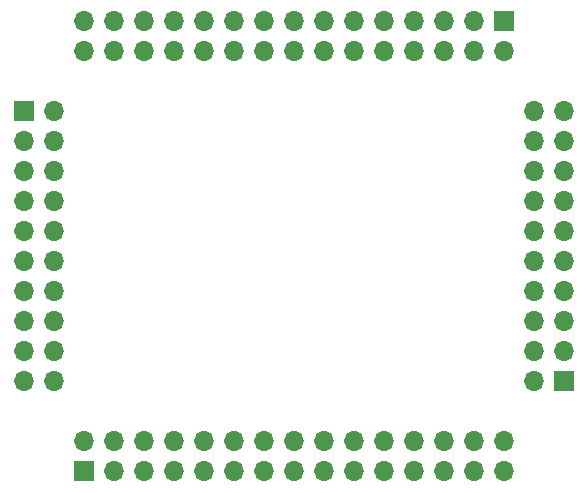
<source format=gbr>
%TF.GenerationSoftware,KiCad,Pcbnew,(6.0.11)*%
%TF.CreationDate,2024-01-13T12:12:08-05:00*%
%TF.ProjectId,PQFP-100-Adapter,50514650-2d31-4303-902d-416461707465,rev?*%
%TF.SameCoordinates,Original*%
%TF.FileFunction,Soldermask,Bot*%
%TF.FilePolarity,Negative*%
%FSLAX46Y46*%
G04 Gerber Fmt 4.6, Leading zero omitted, Abs format (unit mm)*
G04 Created by KiCad (PCBNEW (6.0.11)) date 2024-01-13 12:12:08*
%MOMM*%
%LPD*%
G01*
G04 APERTURE LIST*
%ADD10R,1.700000X1.700000*%
%ADD11O,1.700000X1.700000*%
G04 APERTURE END LIST*
D10*
%TO.C,J3*%
X170180000Y-78740000D03*
D11*
X170180000Y-81280000D03*
X167640000Y-78740000D03*
X167640000Y-81280000D03*
X165100000Y-78740000D03*
X165100000Y-81280000D03*
X162560000Y-78740000D03*
X162560000Y-81280000D03*
X160020000Y-78740000D03*
X160020000Y-81280000D03*
X157480000Y-78740000D03*
X157480000Y-81280000D03*
X154940000Y-78740000D03*
X154940000Y-81280000D03*
X152400000Y-78740000D03*
X152400000Y-81280000D03*
X149860000Y-78740000D03*
X149860000Y-81280000D03*
X147320000Y-78740000D03*
X147320000Y-81280000D03*
X144780000Y-78740000D03*
X144780000Y-81280000D03*
X142240000Y-78740000D03*
X142240000Y-81280000D03*
X139700000Y-78740000D03*
X139700000Y-81280000D03*
X137160000Y-78740000D03*
X137160000Y-81280000D03*
X134620000Y-78740000D03*
X134620000Y-81280000D03*
%TD*%
D10*
%TO.C,J2*%
X175260000Y-109220000D03*
D11*
X172720000Y-109220000D03*
X175260000Y-106680000D03*
X172720000Y-106680000D03*
X175260000Y-104140000D03*
X172720000Y-104140000D03*
X175260000Y-101600000D03*
X172720000Y-101600000D03*
X175260000Y-99060000D03*
X172720000Y-99060000D03*
X175260000Y-96520000D03*
X172720000Y-96520000D03*
X175260000Y-93980000D03*
X172720000Y-93980000D03*
X175260000Y-91440000D03*
X172720000Y-91440000D03*
X175260000Y-88900000D03*
X172720000Y-88900000D03*
X175260000Y-86360000D03*
X172720000Y-86360000D03*
%TD*%
D10*
%TO.C,J4*%
X129535000Y-86365000D03*
D11*
X132075000Y-86365000D03*
X129535000Y-88905000D03*
X132075000Y-88905000D03*
X129535000Y-91445000D03*
X132075000Y-91445000D03*
X129535000Y-93985000D03*
X132075000Y-93985000D03*
X129535000Y-96525000D03*
X132075000Y-96525000D03*
X129535000Y-99065000D03*
X132075000Y-99065000D03*
X129535000Y-101605000D03*
X132075000Y-101605000D03*
X129535000Y-104145000D03*
X132075000Y-104145000D03*
X129535000Y-106685000D03*
X132075000Y-106685000D03*
X129535000Y-109225000D03*
X132075000Y-109225000D03*
%TD*%
D10*
%TO.C,J1*%
X134625000Y-116845000D03*
D11*
X134625000Y-114305000D03*
X137165000Y-116845000D03*
X137165000Y-114305000D03*
X139705000Y-116845000D03*
X139705000Y-114305000D03*
X142245000Y-116845000D03*
X142245000Y-114305000D03*
X144785000Y-116845000D03*
X144785000Y-114305000D03*
X147325000Y-116845000D03*
X147325000Y-114305000D03*
X149865000Y-116845000D03*
X149865000Y-114305000D03*
X152405000Y-116845000D03*
X152405000Y-114305000D03*
X154945000Y-116845000D03*
X154945000Y-114305000D03*
X157485000Y-116845000D03*
X157485000Y-114305000D03*
X160025000Y-116845000D03*
X160025000Y-114305000D03*
X162565000Y-116845000D03*
X162565000Y-114305000D03*
X165105000Y-116845000D03*
X165105000Y-114305000D03*
X167645000Y-116845000D03*
X167645000Y-114305000D03*
X170185000Y-116845000D03*
X170185000Y-114305000D03*
%TD*%
M02*

</source>
